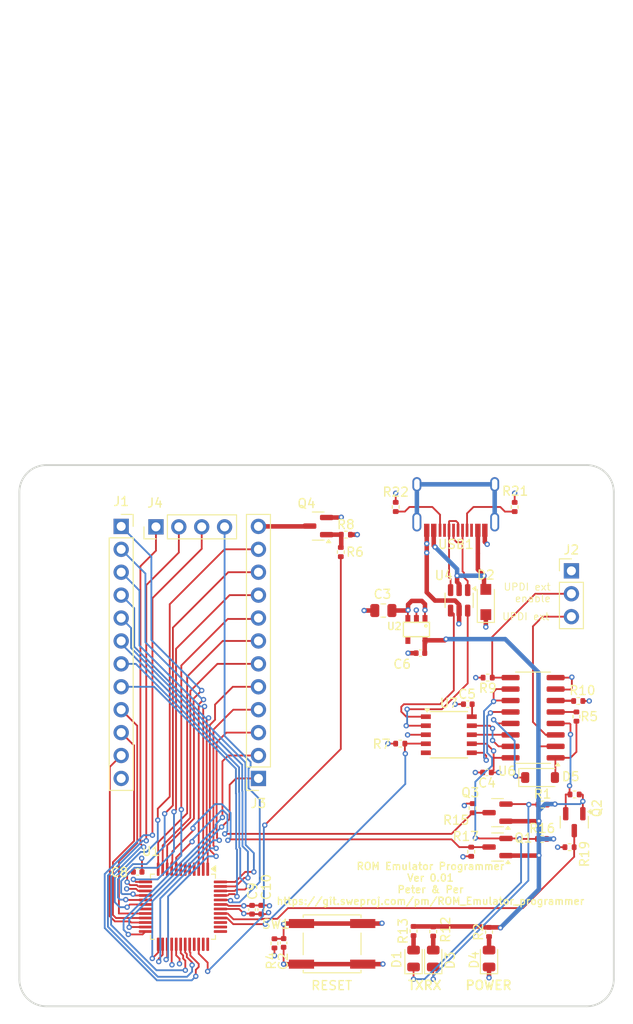
<source format=kicad_pcb>
(kicad_pcb
	(version 20240108)
	(generator "pcbnew")
	(generator_version "8.0")
	(general
		(thickness 1.6)
		(legacy_teardrops no)
	)
	(paper "A4")
	(title_block
		(title "ROM Emulator Programmer")
		(date "2024-10-03")
		(rev "0.01")
		(company "Peter & Per")
	)
	(layers
		(0 "F.Cu" signal)
		(1 "In1.Cu" signal)
		(2 "In2.Cu" signal)
		(31 "B.Cu" signal)
		(32 "B.Adhes" user "B.Adhesive")
		(33 "F.Adhes" user "F.Adhesive")
		(34 "B.Paste" user)
		(35 "F.Paste" user)
		(36 "B.SilkS" user "B.Silkscreen")
		(37 "F.SilkS" user "F.Silkscreen")
		(38 "B.Mask" user)
		(39 "F.Mask" user)
		(40 "Dwgs.User" user "User.Drawings")
		(41 "Cmts.User" user "User.Comments")
		(42 "Eco1.User" user "User.Eco1")
		(43 "Eco2.User" user "User.Eco2")
		(44 "Edge.Cuts" user)
		(45 "Margin" user)
		(46 "B.CrtYd" user "B.Courtyard")
		(47 "F.CrtYd" user "F.Courtyard")
		(48 "B.Fab" user)
		(49 "F.Fab" user)
		(50 "User.1" user)
		(51 "User.2" user)
		(52 "User.3" user)
		(53 "User.4" user)
		(54 "User.5" user)
		(55 "User.6" user)
		(56 "User.7" user)
		(57 "User.8" user)
		(58 "User.9" user)
	)
	(setup
		(stackup
			(layer "F.SilkS"
				(type "Top Silk Screen")
			)
			(layer "F.Paste"
				(type "Top Solder Paste")
			)
			(layer "F.Mask"
				(type "Top Solder Mask")
				(thickness 0.01)
			)
			(layer "F.Cu"
				(type "copper")
				(thickness 0.035)
			)
			(layer "dielectric 1"
				(type "prepreg")
				(thickness 0.1)
				(material "FR4")
				(epsilon_r 4.5)
				(loss_tangent 0.02)
			)
			(layer "In1.Cu"
				(type "copper")
				(thickness 0.035)
			)
			(layer "dielectric 2"
				(type "core")
				(thickness 1.24)
				(material "FR4")
				(epsilon_r 4.5)
				(loss_tangent 0.02)
			)
			(layer "In2.Cu"
				(type "copper")
				(thickness 0.035)
			)
			(layer "dielectric 3"
				(type "prepreg")
				(thickness 0.1)
				(material "FR4")
				(epsilon_r 4.5)
				(loss_tangent 0.02)
			)
			(layer "B.Cu"
				(type "copper")
				(thickness 0.035)
			)
			(layer "B.Mask"
				(type "Bottom Solder Mask")
				(thickness 0.01)
			)
			(layer "B.Paste"
				(type "Bottom Solder Paste")
			)
			(layer "B.SilkS"
				(type "Bottom Silk Screen")
			)
			(copper_finish "None")
			(dielectric_constraints no)
		)
		(pad_to_mask_clearance 0)
		(allow_soldermask_bridges_in_footprints no)
		(pcbplotparams
			(layerselection 0x00010fc_ffffffff)
			(plot_on_all_layers_selection 0x0000000_00000000)
			(disableapertmacros no)
			(usegerberextensions no)
			(usegerberattributes yes)
			(usegerberadvancedattributes yes)
			(creategerberjobfile yes)
			(dashed_line_dash_ratio 12.000000)
			(dashed_line_gap_ratio 3.000000)
			(svgprecision 4)
			(plotframeref no)
			(viasonmask no)
			(mode 1)
			(useauxorigin no)
			(hpglpennumber 1)
			(hpglpenspeed 20)
			(hpglpendiameter 15.000000)
			(pdf_front_fp_property_popups yes)
			(pdf_back_fp_property_popups yes)
			(dxfpolygonmode yes)
			(dxfimperialunits yes)
			(dxfusepcbnewfont yes)
			(psnegative no)
			(psa4output no)
			(plotreference yes)
			(plotvalue yes)
			(plotfptext yes)
			(plotinvisibletext no)
			(sketchpadsonfab no)
			(subtractmaskfromsilk no)
			(outputformat 1)
			(mirror no)
			(drillshape 1)
			(scaleselection 1)
			(outputdirectory "")
		)
	)
	(net 0 "")
	(net 1 "GND")
	(net 2 "/RESETN")
	(net 3 "+5V")
	(net 4 "+3V3")
	(net 5 "/RX0")
	(net 6 "/TX0")
	(net 7 "/TX_D11")
	(net 8 "/RX_D11")
	(net 9 "/UPDI")
	(net 10 "/D1")
	(net 11 "/A8")
	(net 12 "/A0")
	(net 13 "/D0")
	(net 14 "/A6")
	(net 15 "/D3")
	(net 16 "/A1")
	(net 17 "/A5")
	(net 18 "/A11")
	(net 19 "/A3")
	(net 20 "unconnected-(U1-PE03-Pad33)")
	(net 21 "/A10")
	(net 22 "/A7")
	(net 23 "/A9")
	(net 24 "unconnected-(U1-PC07-Pad19)")
	(net 25 "/D4")
	(net 26 "unconnected-(U1-PF05-Pad39)")
	(net 27 "/D2")
	(net 28 "/A2")
	(net 29 "Net-(J2-Pin_2)")
	(net 30 "/D6")
	(net 31 "/USB_N")
	(net 32 "Net-(USB1-CC1)")
	(net 33 "Net-(USB1-CC2)")
	(net 34 "/VUSB")
	(net 35 "Net-(USB1-DP1)")
	(net 36 "Net-(USB1-DN1)")
	(net 37 "unconnected-(USB1-SBU2-Pad3)")
	(net 38 "unconnected-(USB1-SHIELD-Pad13)")
	(net 39 "unconnected-(USB1-SBU1-Pad9)")
	(net 40 "/A12")
	(net 41 "/A13")
	(net 42 "/D5")
	(net 43 "/D7")
	(net 44 "/A-1")
	(net 45 "/~{OE}")
	(net 46 "unconnected-(U1-PF01-Pad35)")
	(net 47 "unconnected-(U1-PF04-Pad38)")
	(net 48 "/~{BYTE}")
	(net 49 "/~{WE}")
	(net 50 "unconnected-(U1-PF03-Pad37)")
	(net 51 "unconnected-(U1-PF02-Pad36)")
	(net 52 "Net-(D1-A)")
	(net 53 "Net-(D3-A)")
	(net 54 "Net-(D4-A)")
	(net 55 "/USB_P")
	(net 56 "/A4")
	(net 57 "Net-(Q4-G)")
	(net 58 "/~{VCC_EN}")
	(net 59 "/VCC_EN")
	(net 60 "unconnected-(USB1-SHIELD-Pad13)_1")
	(net 61 "unconnected-(USB1-SHIELD-Pad13)_2")
	(net 62 "unconnected-(USB1-SHIELD-Pad13)_3")
	(net 63 "unconnected-(U1-PB03-Pad7)")
	(net 64 "unconnected-(U1-PB00-Pad4)")
	(net 65 "unconnected-(U1-PB01-Pad5)")
	(net 66 "unconnected-(U1-PB02-Pad6)")
	(net 67 "Net-(U7-V3)")
	(net 68 "Net-(D5-K)")
	(net 69 "Net-(D5-A)")
	(net 70 "Net-(Q2-S)")
	(net 71 "Net-(U6-3Y0)")
	(net 72 "/~{DTR}")
	(net 73 "/~{RTS}")
	(net 74 "unconnected-(U7-~{CTS}-Pad5)")
	(net 75 "/TXD")
	(net 76 "/RXD")
	(net 77 "Net-(U6-~{ENABLE})")
	(net 78 "Net-(J2-Pin_3)")
	(footprint "Connector_PinSocket_2.54mm:PinSocket_1x12_P2.54mm_Vertical" (layer "F.Cu") (at 50.546 62.738 180))
	(footprint "Resistor_SMD:R_0402_1005Metric" (layer "F.Cu") (at 74.3204 66.037994 90))
	(footprint "Resistor_SMD:R_0402_1005Metric" (layer "F.Cu") (at 74.168 70.863994 -90))
	(footprint "MountingHole:MountingHole_3mm" (layer "F.Cu") (at 87 31))
	(footprint "Connector_PinSocket_2.54mm:PinSocket_1x12_P2.54mm_Vertical" (layer "F.Cu") (at 35.306 34.798))
	(footprint "Diode_SMD:Nexperia_CFP3_SOD-123W" (layer "F.Cu") (at 75.7936 43.182 90))
	(footprint "Package_TO_SOT_SMD:SOT-23" (layer "F.Cu") (at 77.0913 66.532794 180))
	(footprint "Package_TO_SOT_SMD:SOT-23" (layer "F.Cu") (at 57.1777 34.7624 180))
	(footprint "MountingHole:MountingHole_3mm" (layer "F.Cu") (at 27 85))
	(footprint "Resistor_SMD:R_0402_1005Metric" (layer "F.Cu") (at 52.324 81.024 -90))
	(footprint "ROM_Emulator_programmer:SW_Push_1P1T_NO_CK_K2-1102SP-C4SC-04" (layer "F.Cu") (at 58.7248 81.0768 180))
	(footprint "Resistor_SMD:R_0402_1005Metric" (layer "F.Cu") (at 65.786 32.642 -90))
	(footprint "Resistor_SMD:R_0402_1005Metric" (layer "F.Cu") (at 76.1492 79.76 90))
	(footprint "Resistor_SMD:R_0402_1005Metric" (layer "F.Cu") (at 82.042 69.443594))
	(footprint "Package_TO_SOT_SMD:SOT-23" (layer "F.Cu") (at 77.0913 70.342794 180))
	(footprint "Resistor_SMD:R_0402_1005Metric" (layer "F.Cu") (at 85.088 70.358 180))
	(footprint "Capacitor_SMD:C_0402_1005Metric" (layer "F.Cu") (at 49.8348 77.2948 -90))
	(footprint "Resistor_SMD:R_0402_1005Metric" (layer "F.Cu") (at 82.0928 65.633594))
	(footprint "LED_SMD:LED_0805_2012Metric" (layer "F.Cu") (at 76.1492 82.7044 90))
	(footprint "Resistor_SMD:R_0402_1005Metric" (layer "F.Cu") (at 66.292 58.8772))
	(footprint "Capacitor_SMD:C_0402_1005Metric" (layer "F.Cu") (at 73.7896 54.5084 180))
	(footprint "Package_TO_SOT_SMD:SOT-23" (layer "F.Cu") (at 85.6132 67.5871 -90))
	(footprint "Package_TO_SOT_SMD:SOT-23-6" (layer "F.Cu") (at 72.828 42.9945 -90))
	(footprint "Resistor_SMD:R_0402_1005Metric" (layer "F.Cu") (at 75.9948 51.562 180))
	(footprint "ROM_Emulator_programmer:HRO-TYPE-C-31-M-12" (layer "F.Cu") (at 72.458 27.532 180))
	(footprint "Resistor_SMD:R_0402_1005Metric" (layer "F.Cu") (at 85.6488 64.516))
	(footprint "LED_SMD:LED_0805_2012Metric" (layer "F.Cu") (at 69.9516 82.7044 90))
	(footprint "MountingHole:MountingHole_3mm" (layer "F.Cu") (at 27 31))
	(footprint "Connector_PinHeader_2.54mm:PinHeader_1x04_P2.54mm_Vertical" (layer "F.Cu") (at 39.1668 34.8488 90))
	(footprint "Package_QFP:TQFP-48_7x7mm_P0.5mm" (layer "F.Cu") (at 42.164 76.962 -90))
	(footprint "Diode_SMD:D_SOD-123" (layer "F.Cu") (at 81.8144 62.6364))
	(footprint "MountingHole:MountingHole_3mm" (layer "F.Cu") (at 87 85))
	(footprint "Package_SO:SOP-16_3.9x9.9mm_P1.27mm" (layer "F.Cu") (at 81.0402 56.007 180))
	(footprint "Capacitor_SMD:C_0402_1005Metric"
		(layer "F.Cu")
		(uuid "b16cc579-371c-4e73-b7eb-1bc7f5c5a28b")
		(at 50.8508 77.2896 -90)
		(descr "Capacitor SMD 0402 (1005 Metric), square (rectangular) end terminal, IPC_7351 nominal, (Body size source: IPC-SM-782 page 76, https://www.pcb-3d.com/wordpress/wp-content/uploads/ipc-sm-782a_amendment_1_and_2.pdf), generated with kicad-footprint-generator")
		(tags "capacitor")
		(property "Reference" "C9"
			(at -2.0548 0.9652 90)
			(layer "F.SilkS")
			(uuid "fd275708-021e-4652-9be3-7fc0663335b3")
			(effects
				(font
					(size 1 1)
					(thickness 0.15)
				)
			)
		)
		(property "Value" "4.7uF"
			(at 0 1.16 90)
			(layer "F.Fab")
			(uuid "45a0c85e-d84d-47a2-a486-0336ab6275b8")
			(effects
				(font
					(size 1 1)
					(thickness 0.15)
				)
			)
		)
		(property "Footprint" "Capacitor_SMD:C_0402_1005Metric"
			(at 0 0 -90)
			(unlocked yes)
			(layer "F.Fab")
			(hide yes)
			(uuid "baa8926f-1c36-4f3f-89de-878fe5322f83")
			(effects
				(font
					(size 1.27 1.27)
					(thickness 0.15)
				)
			)
		)
		(property "Datasheet" ""
			(at 0 0 -90)
			(unlocked yes)
			(layer "F.Fab")
			(hide yes)
			(uuid "1952b70e-d681-4aee-8c38-b87213e38f42")
			(effects
				(font
					(size 1.27 1.27)
					(thickness 0.15)
				)
			)
		)
		(property "Description" "Unpolarized capacitor, small symbol"
			(at 0 0 -90)
			(unlocked yes)
			(layer "F.Fab")
			(hide yes)
			(uuid "7c0b942b-5a72-43c6-8821-91261f2da2a0")
			(effects
				(font
					(size 1.27 1.27)
					(thickness 0.15)
				)
			)
		)
		(property "VOLTAGE" ""
			(at 0 0 -90)
			(unlocked yes)
			(layer "F.Fab")
			(hide yes)
			(uuid "c39035a5-e453-4409-9aff-876bdf50bd91")
			(effects
				(font
					(size 1 1)
					(thickness 0.15)
				)
			)
		)
		(property "LCSC" "C23733"
			(at 0 0 -90)
			(unlocked yes)
			(layer "F.Fab")
			(hide yes)
			(uuid "51b5fa77-c846-4483-824d-2ea58a87453c")
			(effects
				(font
					(size 1 1)
					(thickness 0.15)
				)
			)
		)
		(property ki_fp_filters "C_*")
		(path "/8738b7a7-e3de-4de7-aecc-79795c3231b8")
		(sheetname "Root")
		(sheetfile "ROM_Emulator_programmer.kicad_sch")
		(attr smd)
		(fp_line
			(start -0.107836 0.36)
			(end 0.107836 0.36)
			(stroke
				(width 0.12)
				(type solid)
			)
			(layer "F.SilkS")
			(uuid "6570431e-d4e2-4b6b-bb39-88c331beb779")
		)
		(fp_line
			(start -0.107836 -0.36)
			(end 0.107836 -0.36)
			(stroke
				(width 0.12)
				(type solid)
			)
			(layer "F.SilkS")
			(uuid "00ace6e6-2c5d-41a3-95f3-800ec7a5fba9")
		)
		(fp_line
			(start -0.91 0.46)
			(end -0.91 -0.46)
			(stroke
				(width 0.05)
				(type solid)
			)
			(layer "F.CrtYd")
			(uuid "9fb4adba-ef9c-413c-b323-a4ac70d565cf")
		)
		(fp_line
			(start 0.91 0.46)
			(end -0.91 0.46)
			(stroke
				(width 0.05)
				(type solid)
			)
			(layer "F.CrtYd")
			(uuid "ce0cd14b-3c75-4ea0-90af-14376ed86298")
		)
		(fp_line
			(start -0.91 -0.46)
			(end 0.91 -0.4
... [486681 chars truncated]
</source>
